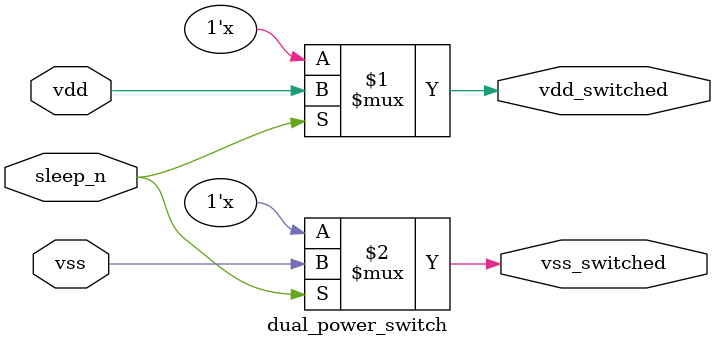
<source format=sv>

module footer_switch (
    input  logic vss,           // Real ground
    input  logic sleep_n,       // Active-low sleep control
    output logic vss_switched   // Virtual VSS to domain
);

    // Behavioral model of NMOS power switch
    // Real implementation uses large NMOS transistors
    
    // When sleep_n=0 (sleep), switch OFF
    // When sleep_n=1 (active), switch ON
    assign vss_switched = sleep_n ? vss : 1'bz;
    
    /* Physical implementation:
     *    vss_switched (from power domain)
     *         |
     *      ___▽___
     *     |       |  NMOS
     *     |  ◡   |  (sleep_n controls gate)
     *     |_____|
     *         |
     *        VSS
     */

endmodule

// Footer switch with controlled wake-up
module footer_switch_controlled (
    input  logic       vss,
    input  logic [3:0] wake_stages,  // Gradual wake-up
    output logic       vss_switched
);

    // Turn on switches gradually to limit in-rush current
    logic [3:0] switch_on;
    
    genvar i;
    generate
        for (i = 0; i < 4; i++) begin : gen_stages
            assign switch_on[i] = wake_stages[i] ? vss : 1'bz;
        end
    endgenerate
    
    assign vss_switched = |wake_stages ? vss : 1'bz;

endmodule

// Combined header and footer switches
module dual_power_switch (
    input  logic vdd,
    input  logic vss,
    input  logic sleep_n,
    output logic vdd_switched,
    output logic vss_switched
);

    // Header (PMOS) for VDD
    assign vdd_switched = sleep_n ? vdd : 1'bz;
    
    // Footer (NMOS) for VSS  
    assign vss_switched = sleep_n ? vss : 1'bz;
    
    // Using both provides better isolation

endmodule

</source>
